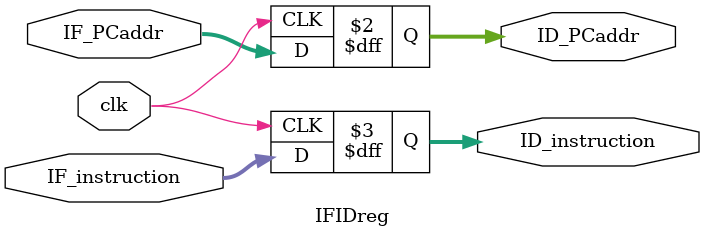
<source format=v>
module IFIDreg(clk,IF_PCaddr,IF_instruction,ID_PCaddr,ID_instruction);
	input clk;
	input [31:0]IF_PCaddr,IF_instruction;
	output reg [31:0]ID_PCaddr,ID_instruction;
	
	always@(posedge clk)
		begin
			ID_PCaddr <= IF_PCaddr;
			ID_instruction <= IF_instruction;
		end
endmodule

</source>
